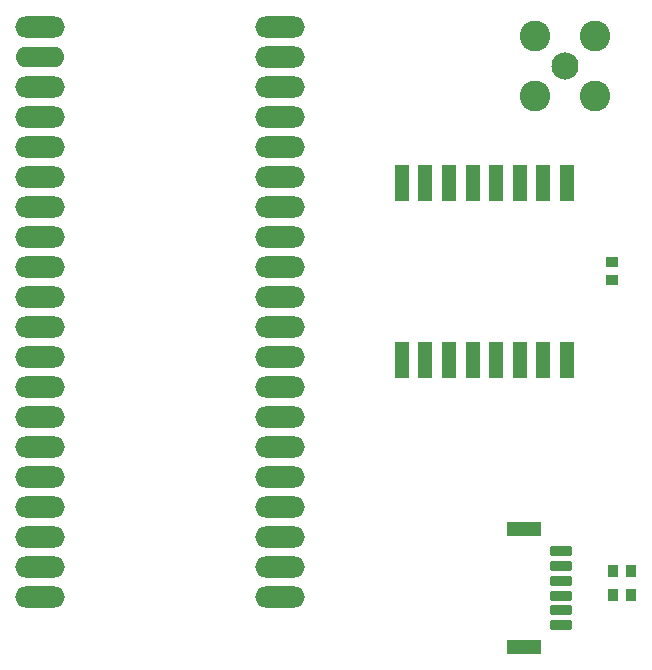
<source format=gts>
G04 Layer: TopSolderMaskLayer*
G04 EasyEDA v6.5.23, 2023-05-23 22:52:14*
G04 b64d56a2c64b479e9c3a0f4ea2cfd69e,619bf967d5dd4da89e17e2f86567f5d7,10*
G04 Gerber Generator version 0.2*
G04 Scale: 100 percent, Rotated: No, Reflected: No *
G04 Dimensions in millimeters *
G04 leading zeros omitted , absolute positions ,4 integer and 5 decimal *
%FSLAX45Y45*%
%MOMM*%

%AMMACRO1*1,1,$1,$2,$3*1,1,$1,$4,$5*1,1,$1,0-$2,0-$3*1,1,$1,0-$4,0-$5*20,1,$1,$2,$3,$4,$5,0*20,1,$1,$4,$5,0-$2,0-$3,0*20,1,$1,0-$2,0-$3,0-$4,0-$5,0*20,1,$1,0-$4,0-$5,$2,$3,0*4,1,4,$2,$3,$4,$5,0-$2,0-$3,0-$4,0-$5,$2,$3,0*%
%ADD10MACRO1,0.1016X-0.4032X-0.432X-0.4032X0.432*%
%ADD11MACRO1,0.1016X0.4032X-0.432X0.4032X0.432*%
%ADD12MACRO1,0.1016X0.432X-0.4032X-0.432X-0.4032*%
%ADD13MACRO1,0.1016X0.432X0.4032X-0.432X0.4032*%
%ADD14C,2.3016*%
%ADD15C,2.6016*%
%ADD16MACRO1,0.2032X0.85X0.3X0.85X-0.3*%
%ADD17MACRO1,0.2032X1.35X0.5X1.35X-0.5*%
%ADD18O,4.203192X1.8031968*%
%ADD19O,4.139691999999999X1.7272*%
%ADD20MACRO1,0.1016X-0.5X-1.5X-0.5X1.5*%

%LPD*%
D10*
G01*
X7073024Y4381500D03*
D11*
G01*
X6922375Y4381500D03*
D10*
G01*
X7073024Y4584700D03*
D11*
G01*
X6922375Y4584700D03*
D12*
G01*
X6908800Y7200024D03*
D13*
G01*
X6908800Y7049375D03*
D14*
G01*
X6515125Y8864600D03*
D15*
G01*
X6770115Y9119590D03*
G01*
X6260109Y9119590D03*
G01*
X6260109Y8609584D03*
G01*
X6770115Y8609584D03*
D16*
G01*
X6482100Y4754100D03*
D17*
G01*
X6162100Y4939098D03*
D16*
G01*
X6482100Y4629099D03*
G01*
X6482100Y4504100D03*
G01*
X6482100Y4379099D03*
G01*
X6482100Y4254101D03*
G01*
X6482100Y4129100D03*
D17*
G01*
X6162100Y3944099D03*
D18*
G01*
X2070100Y9194800D03*
D19*
G01*
X2070100Y8940800D03*
D18*
G01*
X2070100Y8686800D03*
G01*
X2070100Y8432800D03*
G01*
X2070100Y8178800D03*
G01*
X2070100Y7924800D03*
G01*
X2070100Y7670800D03*
G01*
X2070100Y7416800D03*
G01*
X2070100Y7162800D03*
G01*
X2070100Y6908800D03*
G01*
X2070100Y6654800D03*
G01*
X2070100Y6400800D03*
G01*
X2070100Y6146800D03*
G01*
X2070100Y5892800D03*
G01*
X2070100Y5638800D03*
G01*
X2070100Y5384800D03*
G01*
X2070100Y5130800D03*
G01*
X2070100Y4876800D03*
G01*
X2070100Y4622800D03*
G01*
X2070100Y4368800D03*
G01*
X4102100Y4368800D03*
G01*
X4102100Y4622800D03*
G01*
X4102100Y4876800D03*
G01*
X4102100Y5130800D03*
G01*
X4102100Y5384800D03*
G01*
X4102100Y5638800D03*
G01*
X4102100Y5892800D03*
G01*
X4102100Y6146800D03*
G01*
X4102100Y6400800D03*
G01*
X4102100Y6654800D03*
G01*
X4102100Y6908800D03*
G01*
X4102100Y7162800D03*
G01*
X4102100Y7416800D03*
G01*
X4102100Y7670800D03*
G01*
X4102100Y7924800D03*
G01*
X4102100Y8178800D03*
G01*
X4102100Y8432800D03*
G01*
X4102100Y8686800D03*
G01*
X4102100Y9194800D03*
G01*
X4102100Y8940800D03*
D20*
G01*
X6129299Y6374714D03*
G01*
X5729300Y7874685D03*
G01*
X6529298Y7874685D03*
G01*
X5529300Y7874685D03*
G01*
X5329300Y7874685D03*
G01*
X5129301Y7874685D03*
G01*
X6129299Y7874685D03*
G01*
X5929299Y7874685D03*
G01*
X6329299Y6374714D03*
G01*
X5129301Y6374714D03*
G01*
X6529298Y6374714D03*
G01*
X6329299Y7874685D03*
G01*
X5329300Y6374714D03*
G01*
X5529300Y6374714D03*
G01*
X5929299Y6374714D03*
G01*
X5729300Y6374714D03*
M02*

</source>
